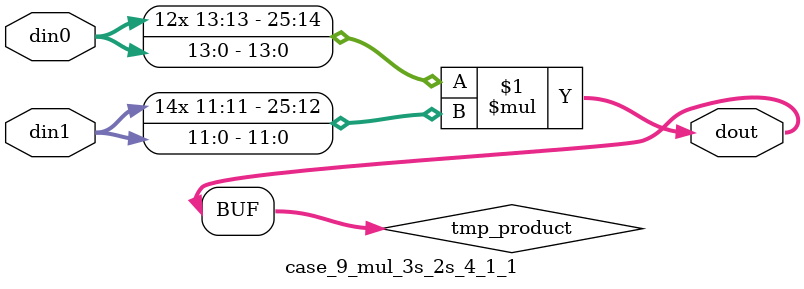
<source format=v>

`timescale 1 ns / 1 ps

 module case_9_mul_3s_2s_4_1_1(din0, din1, dout);
parameter ID = 1;
parameter NUM_STAGE = 0;
parameter din0_WIDTH = 14;
parameter din1_WIDTH = 12;
parameter dout_WIDTH = 26;

input [din0_WIDTH - 1 : 0] din0; 
input [din1_WIDTH - 1 : 0] din1; 
output [dout_WIDTH - 1 : 0] dout;

wire signed [dout_WIDTH - 1 : 0] tmp_product;



























assign tmp_product = $signed(din0) * $signed(din1);








assign dout = tmp_product;





















endmodule

</source>
